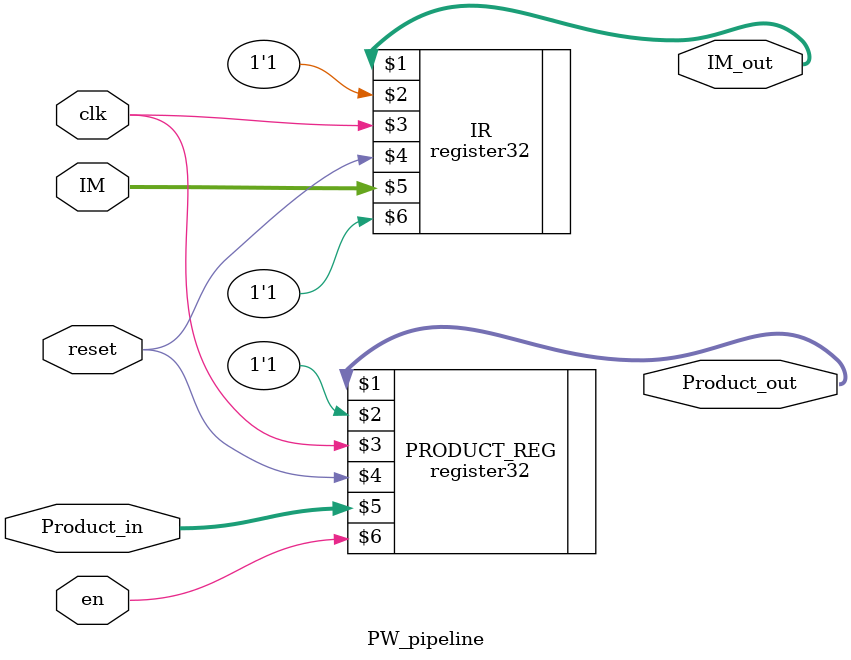
<source format=v>
module PW_pipeline (IM_out, Product_out, clk, reset, IM, Product_in, en);

   //Inputs
   input clk, en, reset;
   input[31:0] IM, Product_in;

   output[31:0] IM_out, Product_out;

   register32 PRODUCT_REG(Product_out, 1'b1, clk, reset, Product_in, en);

   register32 IR(IM_out, 1'b1, clk, reset, IM, 1'b1);

endmodule

</source>
